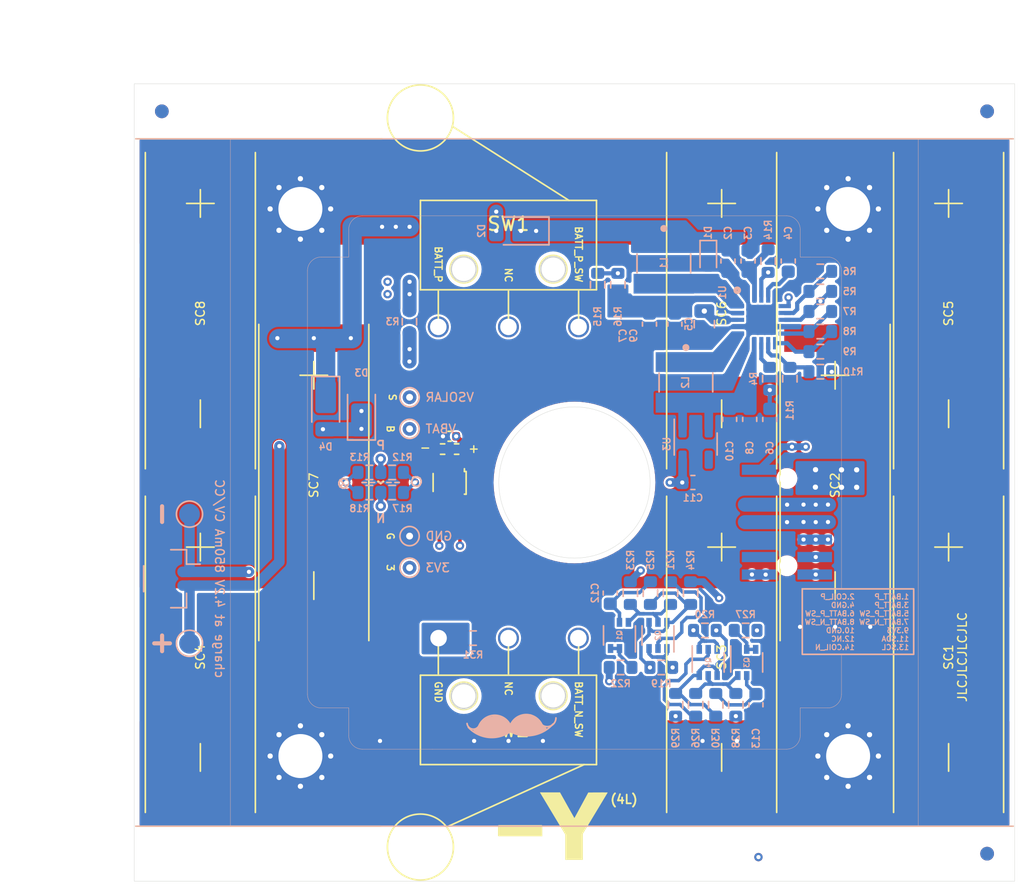
<source format=kicad_pcb>
(kicad_pcb (version 20221018) (generator pcbnew)
  (layers (0 "F.Cu" signal "Top") (1 "In1.Cu" signal) (2 "In2.Cu" signal) (31 "B.Cu" signal "Bottom") (34 "B.Paste" user) (35 "F.Paste" user) (36 "B.SilkS" user "B.Silkscreen") (37 "F.SilkS" user "F.Silkscreen") (38 "B.Mask" user) (39 "F.Mask" user) (44 "Edge.Cuts" user))
  (net 0 "")
  (net 1 "GND")
  (net 2 "VOUT_EN")
  (net 3 "VSOLAR")
  (net 4 "Net-(U1-VREF_SAMP)")
  (net 5 "+3V3")
  (net 6 "VBAT")
  (net 7 "Net-(U1-VSTOR)")
  (net 8 "Net-(Q1B-G1)")
  (net 9 "COIL_N")
  (net 10 "BATT_P")
  (net 11 "Net-(Q3B-G1)")
  (net 12 "Net-(D3-K)")
  (net 13 "VBAT_OK")
  (net 15 "COIL_P")
  (net 16 "/coil")
  (net 17 "/VSOLAR_FULL")
  (net 18 "Net-(U1-LBOOST)")
  (net 19 "Net-(U1-LBUCK)")
  (net 20 "Net-(Q1A-G2)")
  (net 21 "Net-(Q1A-D1)")
  (net 22 "Net-(Q2A-B1)")
  (net 23 "Net-(Q3A-G2)")
  (net 24 "Net-(Q3A-D1)")
  (net 25 "Net-(Q4A-B1)")
  (net 26 "BATT_P_SW")
  (net 27 "BATT_N_SW")
  (net 28 "Net-(U1-VBAT_OV)")
  (net 29 "Net-(U1-VRDIV)")
  (net 30 "Net-(U1-OK_HYST)")
  (net 31 "Net-(U1-OK_PROG)")
  (net 32 "Net-(U1-VOUT_SET)")
  (net 33 "SCL_LS")
  (net 34 "Net-(U1-VOC_SAMP)")
  (net 35 "Net-(SW2-C)")
  (net 37 "SDA_LS")
  (net 39 "SDA")
  (net 40 "SCL")
  (net 41 "Net-(U1-VOUT)")
  (net 42 "Net-(U2-ADDR)")
  (footprint "solarpanels:KXOB25-05X3F" (layer "F.Cu") (at 132.2 41 -90)
    (fp_text reference "SC5")
    (fp_text value "SolarCell_Small")
  )
  (footprint "solarpanels:KXOB25-05X3F" (layer "F.Cu") (at 132.2 66 -90)
    (fp_text reference "SC1")
    (fp_text value "SolarCell_Small")
  )
  (footprint "solarpanels:KXOB25-05X3F" (layer "F.Cu") (at 115.7 66 -90)
    (fp_text reference "SC3")
    (fp_text value "SolarCell_Small")
  )
  (footprint "Resistor_SMD:R_0402_1005Metric" (layer "F.Cu") (at 95.413402 61.5704)
    (fp_text reference "R2" hide)
    (fp_text value "0R")
  )
  (footprint "Resistor_SMD:R_0402_1005Metric" (layer "F.Cu") (at 96.433002 61.5704)
    (fp_text reference "R1" hide)
    (fp_text value "0R")
  )
  (footprint "Capacitor_SMD:C_0402_1005Metric" (layer "F.Cu") (at 95.918002 60.6404)
    (fp_text reference "C1" hide)
    (fp_text value "0.1uF")
  )
  (footprint "Fiducial:Fiducial_1mm_Mask2mm" (layer "F.Cu") (at 75 37)
    (fp_text reference "REF**" hide)
    (fp_text value "Fiducial_1mm_Mask2mm")
  )
  (footprint "Fiducial:Fiducial_1mm_Mask2mm" (layer "F.Cu") (at 135 37)
    (fp_text reference "REF**" hide)
    (fp_text value "Fiducial_1mm_Mask2mm")
  )
  (footprint "Fiducial:Fiducial_1mm_Mask2mm" (layer "F.Cu") (at 135 91)
    (fp_text reference "REF**" hide)
    (fp_text value "Fiducial_1mm_Mask2mm")
  )
  (footprint "solarpanels:KXOB25-05X3F" (layer "F.Cu") (at 115.7 41 -90)
    (fp_text reference "SC6")
    (fp_text value "SolarCell_Small")
  )
  (footprint "solarpanels:D2F-L2-A" (layer "F.Cu") (at 100.2 75.32 180)
    (fp_text reference "SW2")
    (fp_text value "D2F-L2-A")
    (fp_circle (center -3.2512 -4.191) (end -2.3368 -4.191) (stroke (width 0.12)) (fill none) (layer "Edge.Cuts"))
    (fp_circle (center 3.2512 -4.2164) (end 4.1656 -4.2164) (stroke (width 0.12)) (fill none) (layer "Edge.Cuts"))
  )
  (footprint "solarpanels:MountingHole_3.2mm_M3_DIN965_Pad_TopBottom" (layer "F.Cu") (at 124.895004 83.899993)
    (fp_text reference "H3" hide)
    (fp_text value "MountingHole")
  )
  (footprint "solarpanels:KXOB25-05X3F" (layer "F.Cu") (at 77.8 41 -90)
    (fp_text reference "SC8")
    (fp_text value "SolarCell_Small")
  )
  (footprint "solarpanels:KXOB25-05X3F" (layer "F.Cu") (at 86.05 53.5 -90)
    (fp_text reference "SC7")
    (fp_text value "SolarCell_Small")
  )
  (footprint "custom-footprints:ypanel" (layer "F.Cu") (at 122 89.9271)
    (fp_text reference "Ref**" hide)
    (fp_text value "Val**" hide)
  )
  (footprint "solarpanels:KXOB25-05X3F" (layer "F.Cu") (at 123.95 53.5 -90)
    (fp_text reference "SC2")
    (fp_text value "SolarCell_Small")
  )
  (footprint "solarpanels:D2F-L2-A1" (layer "F.Cu") (at 100.2 52.68)
    (fp_text reference "SW1")
    (fp_text value "D2F-L2-A1")
    (fp_circle (center -3.2512 -4.191) (end -2.3368 -4.191) (stroke (width 0.12)) (fill none) (layer "Edge.Cuts"))
    (fp_circle (center 3.2512 -4.191) (end 4.1656 -4.191) (stroke (width 0.12)) (fill none) (layer "Edge.Cuts"))
  )
  (footprint "Package_TO_SOT_SMD:SOT-583-8" (layer "F.Cu") (at 95.923402 64.0004 -90)
    (fp_text reference "U2" hide)
    (fp_text value "OPT4001")
  )
  (footprint "solarpanels:KXOB25-05X3F" (layer "F.Cu") (at 77.8 66 -90)
    (fp_text reference "SC4")
    (fp_text value "SolarCell_Small")
  )
  (footprint "solarpanels:MountingHole_3.2mm_M3_DIN965_Pad_TopBottom" (layer "F.Cu") (at 85.072808 44.099996)
    (fp_text reference "H1" hide)
    (fp_text value "MountingHole")
  )
  (footprint "solarpanels:MountingHole_3.2mm_M3_DIN965_Pad_TopBottom" (layer "F.Cu") (at 85.074992 83.899993)
    (fp_text reference "H2" hide)
    (fp_text value "MountingHole")
  )
  (footprint "solarpanels:MountingHole_3.2mm_M3_DIN965_Pad_TopBottom" (layer "F.Cu") (at 124.895004 44.102485)
    (fp_text reference "H4" hide)
    (fp_text value "MountingHole")
  )
  (footprint "Resistor_SMD:R_0603_1608Metric" (layer "B.Cu") (at 91.742652 63.2704)
    (fp_text reference "R12")
    (fp_text value "0R")
  )
  (footprint "Resistor_SMD:R_0603_1608Metric" (layer "B.Cu") (at 90.087652 63.2704)
    (fp_text reference "R13")
    (fp_text value "0R")
  )
  (footprint "Resistor_SMD:R_0603_1608Metric" (layer "B.Cu") (at 91.742652 64.7304)
    (fp_text reference "R17")
    (fp_text value "0R")
  )
  (footprint "Resistor_SMD:R_0603_1608Metric" (layer "B.Cu") (at 90.087652 64.7304)
    (fp_text reference "R18")
    (fp_text value "0R")
  )
  (footprint "Resistor_SMD:R_0603_1608Metric" (layer "B.Cu") (at 97.623602 75.31826)
    (fp_text reference "R31")
    (fp_text value "0R")
  )
  (footprint "Fiducial:Fiducial_1mm_Mask2mm" (layer "B.Cu") (at 135 91)
    (fp_text reference "REF**" hide)
    (fp_text value "Fiducial_1mm_Mask2mm")
  )
  (footprint "Fiducial:Fiducial_1mm_Mask2mm" (layer "B.Cu") (at 135 37)
    (fp_text reference "REF**" hide)
    (fp_text value "Fiducial_1mm_Mask2mm")
  )
  (footprint "Fiducial:Fiducial_1mm_Mask2mm" (layer "B.Cu") (at 75 37)
    (fp_text reference "REF**" hide)
    (fp_text value "Fiducial_1mm_Mask2mm")
  )
  (footprint "Resistor_SMD:R_0603_1608Metric" (layer "B.Cu") (at 122.871402 51.5604 180)
    (fp_text reference "R7")
    (fp_text value "374K")
  )
  (footprint "Resistor_SMD:R_0603_1608Metric" (layer "B.Cu") (at 122.871402 54.4804 180)
    (fp_text reference "R9")
    (fp_text value "4.53M")
  )
  (footprint "Capacitor_SMD:C_0603_1608Metric" (layer "B.Cu") (at 120.5394 47.89005 90)
    (fp_text reference "C4")
    (fp_text value "10nF")
  )
  (footprint "Resistor_SMD:R_0603_1608Metric" (layer "B.Cu") (at 119.0794 47.89005 90)
    (fp_text reference "R14")
    (fp_text value "DNI (0R)")
  )
  (footprint "Capacitor_SMD:C_0603_1608Metric" (layer "B.Cu") (at 117.6194 47.89005 90)
    (fp_text reference "C3")
    (fp_text value "4.7uF")
  )
  (footprint "Resistor_SMD:R_0603_1608Metric" (layer "B.Cu") (at 122.871402 50.1004)
    (fp_text reference "R5")
    (fp_text value "7.32M")
  )
  (footprint "solarpanels:QFN50P350X350X100-21N-D" (layer "B.Cu") (at 118.583444 52.16711 -90)
    (fp_text reference "U1")
    (fp_text value "BQ25570RGRR" hide)
  )
  (footprint "Resistor_SMD:R_0603_1608Metric" (layer "B.Cu") (at 122.871402 48.6404)
    (fp_text reference "R6")
    (fp_text value "5.62M")
  )
  (footprint "solarpanels:LPS4018" (layer "B.Cu") (at 111.495 48.06045 -90)
    (fp_text reference "L1")
    (fp_text value "22uH-LPS4018-223MR")
  )
  (footprint "solarpanels:LPS4018" (layer "B.Cu") (at 113.101402 56.7204 -90)
    (fp_text reference "L2")
    (fp_text value "10uH-LPS4018-103MR")
  )
  (footprint "Resistor_SMD:R_0603_1608Metric" (layer "B.Cu") (at 122.871402 53.0204 180)
    (fp_text reference "R8")
    (fp_text value "8.25M")
  )
  (footprint "Capacitor_SMD:C_0603_1608Metric" (layer "B.Cu") (at 113.611402 64.0004)
    (fp_text reference "C11")
    (fp_text value "0.1uF")
  )
  (footprint "TestPoint:TestPoint_THTPad_D1.0mm_Drill0.5mm" (layer "B.Cu") (at 93.011402 60.1004)
    (fp_text reference "TP4" hide)
    (fp_text value "TP")
  )
  (footprint "Resistor_SMD:R_0603_1608Metric" (layer "B.Cu") (at 113.811402 80.1704 90)
    (fp_text reference "R26")
    (fp_text value "680R")
  )
  (footprint "Capacitor_SMD:C_0603_1608Metric" (layer "B.Cu") (at 118.191402 80.1704 -90)
    (fp_text reference "C13")
    (fp_text value "10nF")
  )
  (footprint "Capacitor_SMD:C_0603_1608Metric" (layer "B.Cu") (at 112.2994 52.48005 -90)
    (fp_text reference "C9")
    (fp_text value "0.1uF")
  )
  (footprint "Capacitor_SMD:C_0603_1608Metric" (layer "B.Cu") (at 116.2794 59.4104 -90)
    (fp_text reference "C10")
    (fp_text value "0.1uF")
  )
  (footprint "Diode_SMD:D_PowerDI-123" (layer "B.Cu") (at 100.836402 45.7004 180)
    (fp_text reference "D2")
    (fp_text value "DFLS130L-7")
  )
  (footprint "Capacitor_SMD:C_0603_1608Metric" (layer "B.Cu") (at 116.1594 47.89005 -90)
    (fp_text reference "C2")
    (fp_text value "0.1uF")
  )
  (footprint "Resistor_SMD:R_0603_1608Metric" (layer "B.Cu") (at 108.155 49.61 90)
    (fp_text reference "R16")
    (fp_text value "0R")
  )
  (footprint "Resistor_SMD:R_0603_1608Metric" (layer "B.Cu") (at 112.351402 80.1704 90)
    (fp_text reference "R29")
    (fp_text value "10K")
  )
  (footprint "Resistor_SMD:R_0603_1608Metric" (layer "B.Cu") (at 114.481402 74.7604 180)
    (fp_text reference "R20")
    (fp_text value "DNI (0R)")
  )
  (footprint "TestPoint:TestPoint_THTPad_D1.0mm_Drill0.5mm" (layer "B.Cu") (at 93.011402 67.9004 180)
    (fp_text reference "TP2" hide)
    (fp_text value "TP")
  )
  (footprint "Connector_JST:JST_SH_BM02B-SRSS-TB_1x02-1MP_P1.00mm_Vertical" (layer "B.Cu") (at 75.686402 71.0004 -90)
    (fp_text reference "J2" hide)
    (fp_text value "BM02B-SRSS-TB")
  )
  (footprint "Capacitor_SMD:C_0603_1608Metric" (layer "B.Cu") (at 107.601402 72.0454 90)
    (fp_text reference "C12")
    (fp_text value "10nF")
  )
  (footprint "TestPoint:TestPoint_Pad_D1.5mm" (layer "B.Cu") (at 77.011402 75.7004 180)
    (fp_text reference "TP6" hide)
    (fp_text value "TP")
  )
  (footprint "Package_TO_SOT_SMD:SOT-363_SC-70-6" (layer "B.Cu") (at 111.071402 75.1254 90)
    (fp_text reference "Q2")
    (fp_text value "MBT2222ADW1T1")
  )
  (footprint "Capacitor_SMD:C_0805_2012Metric" (layer "B.Cu") (at 114.4394 52.48005 -90)
    (fp_text reference "C5")
    (fp_text value "100uF")
  )
  (footprint "Resistor_SMD:R_0603_1608Metric" (layer "B.Cu") (at 119.1994 56.45005 -90)
    (fp_text reference "R4")
    (fp_text value "0R")
  )
  (footprint "Resistor_SMD:R_0603_1608Metric" (layer "B.Cu") (at 111.981402 72.0454 -90)
    (fp_text reference "R21")
    (fp_text value "680R")
  )
  (footprint "Resistor_SMD:R_0603_1608Metric" (layer "B.Cu") (at 106.685 49.61 90)
    (fp_text reference "R15")
    (fp_text value "DNI (0R)")
  )
  (footprint "custom-footprints:pycubed_mini_half" (layer "B.Cu") (at 106.011402 85.615 180)
    (fp_text reference "Ref**" hide)
    (fp_text value "Val**" hide)
  )
  (footprint "Package_TO_SOT_SMD:SOT-363_SC-70-6" (layer "B.Cu") (at 114.721402 77.0904 -90)
    (fp_text reference "Q4")
    (fp_text value "MBT2222ADW1T1")
  )
  (footprint "TestPoint:TestPoint_Pad_D1.5mm" (layer "B.Cu") (at 77.011402 66.3004 180)
    (fp_text reference "TP5" hide)
    (fp_text value "TP")
  )
  (footprint "Diode_SMD:D_PowerDI-123" (layer "B.Cu") (at 86.911402 58.6004 -90)
    (fp_text reference "D4")
    (fp_text value "DFLS130L-7")
  )
  (footprint "Resistor_SMD:R_0603_1608Metric" (layer "B.Cu") (at 120.6594 56.45005 90)
    (fp_text reference "R11")
    (fp_text value "4.75M")
  )
  (footprint "Package_TO_SOT_SMD:SOT-23-5" (layer "B.Cu") (at 113.811402 61.2004 -90)
    (fp_text reference "U3")
    (fp_text value "MAX40200AUK")
  )
  (footprint "Resistor_SMD:R_0603_1608Metric" (layer "B.Cu") (at 108.351402 77.4554)
    (fp_text reference "R22")
    (fp_text value "100K")
  )
  (footprint "Package_TO_SOT_SMD:SOT-363_SC-70-6" (layer "B.Cu") (at 108.271402 75.1254 90)
    (fp_text reference "Q1")
    (fp_text value "NX3008NBKS")
  )
  (footprint "Resistor_SMD:R_0603_1608Metric" (layer "B.Cu") (at 115.271402 80.1704 90)
    (fp_text reference "R30")
    (fp_text value "200K")
  )
  (footprint "Resistor_SMD:R_0603_1608Metric" (layer "B.Cu") (at 93 52.3 90)
    (fp_text reference "R3")
    (fp_text value "0R")
  )
  (footprint "Resistor_SMD:R_0603_1608Metric" (layer "B.Cu") (at 116.731402 80.1704 90)
    (fp_text reference "R28")
    (fp_text value "10K")
  )
  (footprint "Package_TO_SOT_SMD:SOT-363_SC-70-6" (layer "B.Cu") (at 117.521402 77.0904 -90)
    (fp_text reference "Q3")
    (fp_text value "NX3008NBKS")
  )
  (footprint "Resistor_SMD:R_0603_1608Metric" (layer "B.Cu") (at 110.521402 72.0454 90)
    (fp_text reference "R25")
    (fp_text value "200K")
  )
  (footprint "Resistor_SMD:R_0603_1608Metric" (layer "B.Cu") (at 122.871402 55.9404)
    (fp_text reference "R10")
    (fp_text value "8.25M")
  )
  (footprint "batteryboard:SAMTEC-FTS-107-01-X-DV-A" (layer "B.Cu") (at 120.445502 66.88368 -90)
    (fp_text reference "J1" hide)
    (fp_text value "FTS-107-01-X-DV-A")
  )
  (footprint "Resistor_SMD:R_0603_1608Metric" (layer "B.Cu") (at 111.311402 77.4554)
    (fp_text reference "R19")
    (fp_text value "DNI (0R)")
  )
  (footprint "Resistor_SMD:R_0603_1608Metric" (layer "B.Cu") (at 117.441402 74.7604 180)
    (fp_text reference "R27")
    (fp_text value "100K")
  )
  (footprint "Resistor_SMD:R_0603_1608Metric" (layer "B.Cu") (at 113.441402 72.0454 -90)
    (fp_text reference "R24")
    (fp_text value "10K")
  )
  (footprint "Capacitor_SMD:C_0603_1608Metric" (layer "B.Cu") (at 110.4526 52.48005 -90)
    (fp_text reference "C7")
    (fp_text value "4.7uF")
  )
  (footprint "Resistor_SMD:R_0603_1608Metric" (layer "B.Cu") (at 109.061402 72.0454 -90)
    (fp_text reference "R23")
    (fp_text value "10K")
  )
  (footprint "TestPoint:TestPoint_THTPad_D1.0mm_Drill0.5mm" (layer "B.Cu") (at 93.011402 70.2004)
    (fp_text reference "TP3" hide)
    (fp_text value "TP")
  )
  (footprint "Capacitor_SMD:C_0603_1608Metric" (layer "B.Cu") (at 119.1994 59.41505 -90)
    (fp_text reference "C6")
    (fp_text value "1uF")
  )
  (footprint "TestPoint:TestPoint_THTPad_D1.0mm_Drill0.5mm" (layer "B.Cu") (at 93.011402 57.8004 180)
    (fp_text reference "TP1" hide)
    (fp_text value "TP")
  )
  (footprint "Capacitor_SMD:C_0603_1608Metric" (layer "B.Cu") (at 117.7394 59.4104 -90)
    (fp_text reference "C8")
    (fp_text value "22uF")
  )
  (footprint "Diode_SMD:D_SOD-523" (layer "B.Cu") (at 114.7294 47.66005 -90)
    (fp_text reference "D1")
    (fp_text value "SZMM5Z5V1T1G")
  )
  (footprint "Diode_SMD:D_PowerDI-123" (layer "B.Cu") (at 89.511402 58.6004 90)
    (fp_text reference "D3")
    (fp_text value "DFLS130L-7")
  )
  (gr_arc (start 98.045258 81.718863) (mid 99.183013 80.932819) (end 100.349599 81.675401) (stroke (width 0.12)) (layer "B.SilkS"))
  (gr_line (start 90.752652 64.0004) (end 91.070152 64.0004) (stroke (width 0.12)) (layer "B.SilkS"))
  (gr_line (start 90.470152 64.0004) (end 90.152652 64.0004) (stroke (width 0.12)) (layer "B.SilkS"))
  (gr_line (start 91.670152 64.0004) (end 91.352652 64.0004) (stroke (width 0.12)) (layer "B.SilkS"))
  (gr_line (start 73.1 39) (end 136.9 38.999999) (stroke (width 0.1016)) (layer "B.SilkS"))
  (gr_arc (start 88.588 45.6) (mid 88.880893 44.892893) (end 89.588 44.6) (stroke (width 0.0254)) (layer "B.SilkS"))
  (gr_line (start 88.588 82.4) (end 88.588 80.4) (stroke (width 0.0254)) (layer "B.SilkS"))
  (gr_line (start 121.412001 47.6) (end 123.411402 47.6004) (stroke (width 0.0254)) (layer "B.SilkS"))
  (gr_line (start 86.588 80.4) (end 88.588 80.4) (stroke (width 0.0254)) (layer "B.SilkS"))
  (gr_line (start 73.1 89) (end 136.9 89) (stroke (width 0.1016)) (layer "B.SilkS"))
  (gr_line (start 124.411402 48.6004) (end 124.412001 71.7004) (stroke (width 0.0254)) (layer "B.SilkS"))
  (gr_line (start 92.260152 64.0004) (end 91.942652 64.0004) (stroke (width 0.12)) (layer "B.SilkS"))
  (gr_line (start 88.588 47.6) (end 88.588 45.6) (stroke (width 0.0254)) (layer "B.SilkS"))
  (gr_arc (start 89.588 83.4) (mid 88.880895 83.107106) (end 88.588 82.4) (stroke (width 0.0254)) (layer "B.SilkS"))
  (gr_rect (start 121.561402 71.7404) (end 129.661402 76.5004) (stroke (width 0.12)) (fill none) (layer "B.SilkS"))
  (gr_line (start 79.988 38.999999) (end 79.988 89) (stroke (width 0.0254)) (layer "B.SilkS"))
  (gr_line (start 121.412001 80.4) (end 121.412001 82.4) (stroke (width 0.0254)) (layer "B.SilkS"))
  (gr_line (start 129.988001 38.999999) (end 79.988 38.999999) (stroke (width 0.0254)) (layer "B.SilkS"))
  (gr_line (start 79.988 89) (end 129.988001 89) (stroke (width 0.0254)) (layer "B.SilkS"))
  (gr_arc (start 103.434929 81.573757) (mid 102.010777 82.375188) (end 100.3922 82.15) (stroke (width 0.12)) (layer "B.SilkS"))
  (gr_line (start 89.870152 64.0004) (end 89.552652 64.0004) (stroke (width 0.12)) (layer "B.SilkS"))
  (gr_arc (start 100.331258 81.668462) (mid 101.469013 80.882418) (end 102.635599 81.625) (stroke (width 0.12)) (layer "B.SilkS"))
  (gr_arc (start 86.588 80.4) (mid 85.880895 80.107106) (end 85.588 79.4) (stroke (width 0.0254)) (layer "B.SilkS"))
  (gr_line (start 89.588 44.6) (end 120.411402 44.6004) (stroke (width 0.0254)) (layer "B.SilkS"))
  (gr_arc (start 121.412001 82.4) (mid 121.119108 83.107106) (end 120.412001 83.4) (stroke (width 0.0254)) (layer "B.SilkS"))
  (gr_line (start 124.412001 79.4) (end 124.411402 76.5004) (stroke (width 0.0254)) (layer "B.SilkS"))
  (gr_line (start 94.675 83.4) (end 89.588 83.4) (stroke (width 0.0254)) (layer "B.SilkS"))
  (gr_arc (start 120.411402 44.6004) (mid 121.118509 44.893293) (end 121.411402 45.6004) (stroke (width 0.0254)) (layer "B.SilkS"))
  (gr_arc (start 103.6522 81.125) (mid 103.301181 81.692961) (end 102.6362 81.633) (stroke (width 0.12)) (layer "B.SilkS"))
  (gr_arc (start 98.0382 81.7262) (mid 97.54593 81.930929) (end 97.190912 81.533192) (stroke (width 0.12)) (layer "B.SilkS"))
  (gr_arc (start 124.412001 79.4) (mid 124.119108 80.107106) (end 123.412001 80.4) (stroke (width 0.0254)) (layer "B.SilkS"))
  (gr_line (start 129.988001 89) (end 129.988001 38.999999) (stroke (width 0.0254)) (layer "B.SilkS"))
  (gr_line (start 120.412001 83.4) (end 94.675 83.4) (stroke (width 0.0254)) (layer "B.SilkS"))
  (gr_line (start 123.412001 80.4) (end 121.412001 80.4) (stroke (width 0.0254)) (layer "B.SilkS"))
  (gr_arc (start 123.411402 47.6004) (mid 124.118509 47.893293) (end 124.411402 48.6004) (stroke (width 0.0254)) (layer "B.SilkS"))
  (gr_arc (start 85.588 48.6) (mid 85.880893 47.892893) (end 86.588 47.6) (stroke (width 0.0254)) (layer "B.SilkS"))
  (gr_line (start 86.588 47.6) (end 88.588 47.6) (stroke (width 0.0254)) (layer "B.SilkS"))
  (gr_arc (start 100.3242 82.1326) (mid 98.740804 82.537564) (end 97.280454 81.803742) (stroke (width 0.12)) (layer "B.SilkS"))
  (gr_line (start 121.411402 45.6004) (end 121.411402 47.6004) (stroke (width 0.0254)) (layer "B.SilkS"))
  (gr_line (start 85.588 79.4) (end 85.588 48.6) (stroke (width 0.0254)) (layer "B.SilkS"))
  (gr_line (start 73.1 39) (end 91 39) (stroke (width 0.1016)) (layer "F.SilkS"))
  (gr_line (start 136.9 89.0004) (end 106.9 89) (stroke (width 0.1016)) (layer "F.SilkS"))
  (gr_line (start 98.2 39) (end 136.9 39) (stroke (width 0.1016)) (layer "F.SilkS"))
  (gr_line (start 73.1 89) (end 90.9 89) (stroke (width 0.1016)) (layer "F.SilkS"))
  (gr_line (start 73 93) (end 137 93) (stroke (width 0.0254)) (layer "Edge.Cuts"))
  (gr_line (start 73 35) (end 73 93) (stroke (width 0.0254)) (layer "Edge.Cuts"))
  (gr_circle (center 105 64) (end 110.5 64) (stroke (width 0.0254)) (fill none) (layer "Edge.Cuts"))
  (gr_line (start 137 35) (end 137 93) (stroke (width 0.0254)) (layer "Edge.Cuts"))
  (gr_line (start 137 35) (end 73 35) (stroke (width 0.0254)) (layer "Edge.Cuts"))
  (gr_text "N" (at 90.912652 66.5504 180) (layer "B.SilkS") (effects (font (size 0.635 0.635) (thickness 0.127)) (justify mirror)))
  (gr_text "P" (at 90.911402 61.3004) (layer "B.SilkS") (effects (font (size 0.635 0.635) (thickness 0.127)) (justify mirror)))
  (gr_text "GND" (at 94.111402 67.9004) (layer "B.SilkS") (effects (font (size 0.635 0.635) (thickness 0.1016)) (justify right mirror)))
  (gr_text "⊗" (at 88.211402 64.0004) (layer "B.SilkS") (effects (font (size 0.889 0.889) (thickness 0.127)) (justify mirror)))
  (gr_text "+" (at 74.911402 75.7004 90) (layer "B.SilkS") (effects (font (size 1.5 1.5) (thickness 0.3)) (justify mirror)))
  (gr_text "VSOLAR" (at 94.111402 57.8004) (layer "B.SilkS") (effects (font (size 0.635 0.635) (thickness 0.1016)) (justify right mirror)))
  (gr_text "3V3" (at 94.111402 70.2004) (layer "B.SilkS") (effects (font (size 0.635 0.635) (thickness 0.1016)) (justify right mirror)))
  (gr_text "⊙" (at 93.511402 64.0004 180) (layer "B.SilkS") (effects (font (size 0.889 0.889) (thickness 0.127)) (justify mirror)))
  (gr_text "-" (at 74.911402 66.3004 90) (layer "B.SilkS") (effects (font (size 1.5 1.5) (thickness 0.3)) (justify mirror)))
  (gr_text "VBAT" (at 94.111402 60.1004) (layer "B.SilkS") (effects (font (size 0.635 0.635) (thickness 0.1016)) (justify right mirror)))
  (gr_text "1.BATT_P\n3.BATT_P\n5.BATT_P_SW\n7.BATT_N_SW\n9.3V3\n11.SDA\n13.SCL" (at 129.361402 74.1504) (layer "B.SilkS") (effects (font (size 0.381 0.381) (thickness 0.0762)) (justify left mirror)))
  (gr_text "2.COIL_P\n4.GND\n6.BATT_P_SW\n8.BATT_N_SW\n10.GND\n12.NC\n14.COIL_N" (at 125.411402 74.1504) (layer "B.SilkS") (effects (font (size 0.381 0.381) (thickness 0.0762)) (justify left mirror)))
  (gr_text "charge at 4.2V 850mA CV/CC" (at 79.194 70.9978 270) (layer "B.SilkS") (effects (font (size 0.635 0.635) (thickness 0.1016)) (justify mirror)))
  (gr_text "BATT_P_SW" (at 105.3 49.5 270) (layer "F.SilkS") (effects (font (size 0.508 0.508) (thickness 0.1016)) (justify right)))
  (gr_text "GND" (at 95.1 78.4 270) (layer "F.SilkS") (effects (font (size 0.508 0.508) (thickness 0.1016)) (justify left)))
  (gr_text "B" (at 91.611402 60.1004 270) (layer "F.SilkS") (effects (font (size 0.508 0.508) (thickness 0.1016))))
  (gr_text "NC" (at 100.2 49.5 270) (layer "F.SilkS") (effects (font (size 0.508 0.508) (thickness 0.1016)) (justify right)))
  (gr_text "NC" (at 100.2 78.4 270) (layer "F.SilkS") (effects (font (size 0.508 0.508) (thickness 0.1016)) (justify left)))
  (gr_text "BATT_N_SW" (at 105.3 78.4 270) (layer "F.SilkS") (effects (font (size 0.508 0.508) (thickness 0.1016)) (justify left)))
  (gr_text "(4L)" (at 108.6 87.05) (layer "F.SilkS") (effects (font (size 0.635 0.635) (thickness 0.127))))
  (gr_text "S" (at 91.811402 57.8004 90) (layer "F.SilkS") (effects (font (size 0.508 0.508) (thickness 0.1016))))
  (gr_text "^" (at 90.912652 63.4704 180) (layer "F.SilkS") (effects (font (size 1 1))))
  (gr_text "G" (at 91.611402 67.9004 270) (layer "F.SilkS") (effects (font (size 0.508 0.508) (thickness 0.1016))))
  (gr_text "3" (at 91.611402 70.2004 270) (layer "F.SilkS") (effects (font (size 0.508 0.508) (thickness 0.1016))))
  (gr_text "+" (at 97.633402 61.5704 90) (layer "F.SilkS") (effects (font (size 0.635 0.635) (thickness 0.1016))))
  (gr_text "BATT_P" (at 95.1 49.5 270) (layer "F.SilkS") (effects (font (size 0.508 0.508) (thickness 0.1016)) (justify right)))
  (gr_text "-" (at 94.153402 61.543998 180) (layer "F.SilkS") (effects (font (size 0.635 0.635) (thickness 0.1016))))
  (gr_text "JLCJLCJLCJLC" (at 133.2 76.7 90) (layer "F.SilkS") (effects (font (size 0.635 0.635) (thickness 0.1016))))
  (segment (start 95.173402 60.905) (end 95.173402 63.2604) (width 0.381) (layer "F.Cu") (net 1))
  (segment (start 95.438002 60.6404) (end 95.173402 60.905) (width 0.381) (layer "F.Cu") (net 1))
  (via (at 116.811402 82.8004) (size 0.6096) (drill 0.3048) (layers "F.Cu" "B.Cu") (net 1))
  (via (at 100.205 82.8) (size 0.6096) (drill 0.3048) (layers "F.Cu" "B.Cu") (net 1))
  (via (at 121.4 74.5) (size 0.6096) (drill 0.3048) (layers "F.Cu" "B.Cu") (net 1))
  (via (at 102.705 82.8) (size 0.6096) (drill 0.3048) (layers "F.Cu" "B.Cu") (net 1))
  (via (at 123.95 74.5) (size 0.6096) (drill 0.3048) (layers "F.Cu" "B.Cu") (net 1))
  (via (at 114.311402 82.8004) (size 0.6096) (drill 0.3048) (layers "F.Cu" "B.Cu") (net 1))
  (via (at 90.861402 82.8004) (size 0.6096) (drill 0.3048) (layers "F.Cu" "B.Cu") (net 1))
  (via (at 126.5 74.5) (size 0.6096) (drill 0.3048) (layers "F.Cu" "B.Cu") (net 1))
  (via (at 97.705 82.8) (size 0.6096) (drill 0.3048) (layers "F.Cu" "B.Cu") (net 1))
  (via (at 95.438002 60.6404) (size 0.6096) (drill 0.3048) (layers "F.Cu" "B.Cu") (net 1))
  (via (at 119.1994 57.27505) (size 0.6096) (drill 0.3048) (layers "F.Cu" "B.Cu") (net 2))
  (via (at 120.565 50.54) (size 0.6096) (drill 0.3048) (layers "F.Cu" "B.Cu") (net 2))
  (segment (start 120.565 50.54) (end 120.565 51.15) (width 0.3048) (layer "B.Cu") (net 2))
  (segment (start 119.1994 57.27505) (end 119.1994 58.64005) (width 0.3048) (layer "B.Cu") (net 2))
  (via (at 101.111402 45.7004) (size 0.6096) (drill 0.3048) (layers "F.Cu" "B.Cu") (net 3))
  (via (at 102.211402 45.7004) (size 0.6096) (drill 0.3048) (layers "F.Cu" "B.Cu") (net 3))
  (segment (start 117.6194 48.616482) (end 119.0794 47.156482) (width 0.508) (layer "B.Cu") (net 3))
  (segment (start 119.868772 49.56711) (end 120.5394 48.896482) (width 0.3048) (layer "B.Cu") (net 4))
  (segment (start 119.083444 50.46711) (end 119.083444 49.912438) (width 0.3048) (layer "B.Cu") (net 4))
  (segment (start 119.428772 49.56711) (end 119.868772 49.56711) (width 0.3048) (layer "B.Cu") (net 4))
  (segment (start 119.083444 49.912438) (end 119.428772 49.56711) (width 0.3048) (layer "B.Cu") (net 4))
  (segment (start 96.673402 60.9158) (end 96.398002 60.6404) (width 0.381) (layer "F.Cu") (net 5))
  (segment (start 96.673402 63.2604) (end 96.673402 60.9158) (width 0.381) (layer "F.Cu") (net 5))
  (via (at 123.430002 68.1486) (size 0.6096) (drill 0.3048) (layers "F.Cu" "B.Cu") (net 5))
  (via (at 112.351402 80.9954) (size 0.6096) (drill 0.3048) (layers "F.Cu" "B.Cu") (net 5))
  (via (at 116.731402 80.9954) (size 0.6096) (drill 0.3048) (layers "F.Cu" "B.Cu") (net 5))
  (via (at 107.526402 78.45) (size 0.6096) (drill 0.3048) (layers "F.Cu" "B.Cu") (net 5))
  (via (at 121.652002 68.1486) (size 0.6096) (drill 0.3048) (layers "F.Cu" "B.Cu") (net 5))
  (via (at 112.836402 64.0004) (size 0.6096) (drill 0.3048) (layers "F.Cu" "B.Cu") (net 5))
  (via (at 111.936402 64.0004) (size 0.6096) (drill 0.3048) (layers "F.Cu" "B.Cu") (net 5))
  (via (at 115.511402 72.4004) (size 0.6096) (drill 0.3048) (layers "F.Cu" "B.Cu") (net 5))
  (via (at 96.398002 60.6404) (size 0.6096) (drill 0.3048) (layers "F.Cu" "B.Cu") (net 5))
  (via (at 122.541002 68.15368) (size 0.6096) (drill 0.3048) (layers "F.Cu" "B.Cu") (net 5))
  (via (at 118.266402 74.7604) (size 0.6096) (drill 0.3048) (layers "F.Cu" "B.Cu") (net 5))
  (via (at 109.811402 70.4004) (size 0.6096) (drill 0.3048) (layers "F.Cu" "B.Cu") (net 5))
  (segment (start 112.836402 64.0004) (end 112.861402 63.9754) (width 0.635) (layer "B.Cu") (net 5))
  (segment (start 115.511402 72.4004) (end 115.511402 72.3704) (width 0.508) (layer "B.Cu") (net 5))
  (segment (start 115.511402 72.3704) (end 114.361402 71.2204) (width 0.508) (layer "B.Cu") (net 5))
  (segment (start 112.861402 63.9754) (end 112.861402 62.3379) (width 0.635) (layer "B.Cu") (net 5))
  (segment (start 109.061402 71.1504) (end 109.811402 70.4004) (width 0.508) (layer "B.Cu") (net 5))
  (segment (start 107.526402 78.45) (end 107.526402 77.4554) (width 0.508) (layer "B.Cu") (net 5))
  (segment (start 114.361402 71.2204) (end 113.441402 71.2204) (width 0.508) (layer "B.Cu") (net 5))
  (segment (start 111.936402 64.0004) (end 112.836402 64.0004) (width 0.635) (layer "B.Cu") (net 5))
  (via (at 114.4394 51.53005) (size 0.762) (drill 0.381) (layers "F.Cu" "B.Cu") (net 6))
  (via (at 93.011402 49.4) (size 0.6096) (drill 0.3048) (layers "F.Cu" "B.Cu") (net 6))
  (via (at 93.011402 50.3) (size 0.6096) (drill 0.3048) (layers "F.Cu" "B.Cu") (net 6))
  (via (at 91.411402 49.4) (size 0.6096) (drill 0.3048) (layers "F.Cu" "B.Cu") (net 6))
  (via (at 91.411402 50.3) (size 0.6096) (drill 0.3048) (layers "F.Cu" "B.Cu") (net 6))
  (segment (start 116.883444 52.16711) (end 116.1541 52.16711) (width 0.29972) (layer "B.Cu") (net 6))
  (segment (start 115.08935 52.18) (end 114.4394 51.53005) (width 0.635) (layer "B.Cu") (net 6))
  (segment (start 93.011402 51.463598) (end 93 51.475) (width 1.016) (layer "B.Cu") (net 6))
  (segment (start 93.011402 49.4) (end 93.011402 51.463598) (width 1.016) (layer "B.Cu") (net 6))
  (segment (start 116.095 52.18) (end 115.08935 52.18) (width 0.635) (layer "B.Cu") (net 6))
  (segment (start 108.271402 73.4904) (end 108.271402 74.1754) (width 0.254) (layer "B.Cu") (net 8))
  (segment (start 109.731402 72.0104) (end 110.521402 71.2204) (width 0.254) (layer "B.Cu") (net 8))
  (segment (start 107.601402 72.8204) (end 108.411402 72.0104) (width 0.254) (layer "B.Cu") (net 8))
  (segment (start 107.601402 72.8204) (end 108.271402 73.4904) (width 0.254) (layer "B.Cu") (net 8))
  (segment (start 108.411402 72.0104) (end 109.731402 72.0104) (width 0.254) (layer "B.Cu") (net 8))
  (via (at 118.9 70.7) (size 0.6096) (drill 0.3048) (layers "F.Cu" "B.Cu") (net 9))
  (via (at 90.912652 65.7104) (size 0.762) (drill 0.381) (layers "F.Cu" "B.Cu") (net 9))
  (via (at 117.901402 70.69368) (size 0.6096) (drill 0.3048) (layers "F.Cu" "B.Cu") (net 9))
  (segment (start 90.912652 65.7104) (end 90.912652 64.7304) (width 0.381) (layer "B.Cu") (net 9))
  (via (at 122.525602 63.0686) (size 0.762) (drill 0.381) (layers "F.Cu" "B.Cu") (net 10))
  (via (at 124.415602 63.0786) (size 0.762) (drill 0.381) (layers "F.Cu" "B.Cu") (net 10))
  (via (at 124.415602 64.3486) (size 0.762) (drill 0.381) (layers "F.Cu" "B.Cu") (net 10))
  (via (at 122.515602 64.3386) (size 0.762) (drill 0.381) (layers "F.Cu" "B.Cu") (net 10))
  (via (at 93.011402 54.3) (size 0.6096) (drill 0.3048) (layers "F.Cu" "B.Cu") (net 10))
  (via (at 125.515602 64.3486) (size 0.762) (drill 0.381) (layers "F.Cu" "B.Cu") (net 10))
  (via (at 125.515602 63.0786) (size 0.762) (drill 0.381) (layers "F.Cu" "B.Cu") (net 10))
  (via (at 93 55.2) (size 0.6096) (drill 0.3048) (layers "F.Cu" "B.Cu") (net 10))
  (segment (start 93.011402 55.188598) (end 93.011402 54.3) (width 1.016) (layer "B.Cu") (net 10))
  (segment (start 93.011402 54.3) (end 93.011402 53.136402) (width 1.016) (layer "B.Cu") (net 10))
  (segment (start 93 55.2) (end 93.011402 55.188598) (width 1.016) (layer "B.Cu") (net 10))
  (segment (start 93.011402 53.136402) (end 93 53.125) (width 1.016) (layer "B.Cu") (net 10))
  (segment (start 116.101402 80.1754) (end 117.411402 80.1754) (width 0.254) (layer "B.Cu") (net 11))
  (segment (start 115.271402 79.3454) (end 116.101402 80.1754) (width 0.254) (layer "B.Cu") (net 11))
  (segment (start 117.521402 78.7254) (end 117.521402 78.0404) (width 0.254) (layer "B.Cu") (net 11))
  (segment (start 118.191402 79.3954) (end 117.521402 78.7254) (width 0.254) (layer "B.Cu") (net 11))
  (segment (start 117.411402 80.1754) (end 118.191402 79.3954) (width 0.254) (layer "B.Cu") (net 11))
  (segment (start 126.401402 53.5) (end 126.401402 57.1904) (width 2.032) (layer "F.Cu") (net 12))
  (segment (start 88.335 74.5) (end 88.335 70.87) (width 2.032) (layer "F.Cu") (net 12))
  (segment (start 123.84 53.5) (end 126.401402 53.5) (width 2.032) (layer "F.Cu") (net 12))
  (via (at 89.511402 58.8004) (size 0.6096) (drill 0.3048) (layers "F.Cu" "B.Cu") (net 12))
  (via (at 86.711402 60.1254) (size 0.6096) (drill 0.3048) (layers "F.Cu" "B.Cu") (net 12))
  (via (at 89.511402 60.1004) (size 0.6096) (drill 0.3048) (layers "F.Cu" "B.Cu") (net 12))
  (segment (start 87.986402 60.1254) (end 89.111402 60.1254) (width 1.016) (layer "B.Cu") (net 12))
  (segment (start 87.986402 60.1254) (end 86.711402 60.1254) (width 1.016) (layer "B.Cu") (net 12))
  (segment (start 89.111402 59.7254) (end 89.111402 59.6004) (width 0.2032) (layer "B.Cu") (net 12))
  (segment (start 118.583444 55.009094) (end 119.1994 55.62505) (width 0.3048) (layer "B.Cu") (net 13))
  (segment (start 118.583444 53.86711) (end 118.583444 55.009094) (width 0.3048) (layer "B.Cu") (net 13))
  (via (at 90.912652 62.2804) (size 0.762) (drill 0.381) (layers "F.Cu" "B.Cu") (net 15))
  (via (at 120.811402 61.4004) (size 0.6096) (drill 0.3048) (layers "F.Cu" "B.Cu") (net 15))
  (via (at 121.811402 61.4004) (size 0.6096) (drill 0.3048) (layers "F.Cu" "B.Cu") (net 15))
  (segment (start 121.811402 61.4004) (end 120.099482 61.4004) (width 0.508) (layer "B.Cu") (net 15))
  (segment (start 90.917652 62.2854) (end 90.917652 63.2704) (width 0.381) (layer "B.Cu") (net 15))
  (segment (start 120.099482 61.4004) (end 118.426202 63.07368) (width 0.508) (layer "B.Cu") (net 15))
  (via (at 93.4 64.0004) (size 0.6096) (drill 0.3048) (layers "F.Cu" "B.Cu") (net 16))
  (via (at 118.375 91.25) (size 0.6096) (drill 0.3048) (layers "F.Cu" "B.Cu") (net 16))
  (via (at 88.4 64) (size 0.6096) (drill 0.3048) (layers "F.Cu" "B.Cu") (net 16))
  (segment (start 92.68 64.7204) (end 92.570152 64.7204) (width 0.254) (layer "B.Cu") (net 16))
  (segment (start 92.67 63.2704) (end 92.560152 63.2704) (width 0.254) (layer "B.Cu") (net 16))
  (segment (start 89.1296 63.2704) (end 89.255152 63.2704) (width 0.254) (layer "B.Cu") (net 16))
  (segment (start 88.4 64) (end 89.1304 64.7304) (width 0.254) (layer "B.Cu") (net 16))
  (segment (start 88.4 64) (end 89.1296 63.2704) (width 0.254) (layer "B.Cu") (net 16))
  (segment (start 93.4 64.0004) (end 92.67 63.2704) (width 0.254) (layer "B.Cu") (net 16))
  (segment (start 93.4 64.0004) (end 92.68 64.7204) (width 0.254) (layer "B.Cu") (net 16))
  (segment (start 89.1304 64.7304) (end 89.262652 64.7304) (width 0.254) (layer "B.Cu") (net 16))
  (via (at 92.011402 45.4004) (size 0.6096) (drill 0.3048) (layers "F.Cu" "B.Cu") (net 17))
  (via (at 83.4 53.5) (size 0.6096) (drill 0.3048) (layers "F.Cu" "B.Cu") (net 17))
  (via (at 91.011402 45.4004) (size 0.6096) (drill 0.3048) (layers "F.Cu" "B.Cu") (net 17))
  (via (at 93.011402 45.4004) (size 0.6096) (drill 0.3048) (layers "F.Cu" "B.Cu") (net 17))
  (via (at 99.311402 44.3004) (size 0.6096) (drill 0.3048) (layers "F.Cu" "B.Cu") (net 17))
  (via (at 99.311402 45.7004) (size 0.6096) (drill 0.3048) (layers "F.Cu" "B.Cu") (net 17))
  (via (at 86.05 53.5) (size 0.6096) (drill 0.3048) (layers "F.Cu" "B.Cu") (net 17))
  (via (at 88.74 53.5) (size 0.6096) (drill 0.3048) (layers "F.Cu" "B.Cu") (net 17))
  (segment (start 88.835 53.53) (end 88.835 45.4004) (width 1.397) (layer "B.Cu") (net 17))
  (segment (start 86.711402 53.53) (end 86.911402 53.73) (width 1.397) (layer "B.Cu") (net 17))
  (segment (start 88.835 45.4004) (end 93.011402 45.4004) (width 1.397) (layer "B.Cu") (net 17))
  (segment (start 99.311402 45.7004) (end 99.311402 44.3004) (width 1.016) (layer "B.Cu") (net 17))
  (segment (start 86.911402 53.73) (end 86.911402 57.7504) (width 1.397) (layer "B.Cu") (net 17))
  (segment (start 88.835 53.53) (end 87.905 53.53) (width 1.397) (layer "B.Cu") (net 17))
  (segment (start 87.905 53.53) (end 86.711402 53.53) (width 1.397) (layer "B.Cu") (net 17))
  (segment (start 86.711402 53.53) (end 83.495 53.53) (width 1.397) (layer "B.Cu") (net 17))
  (segment (start 108.271402 76.0754) (end 107.621402 76.0754) (width 0.254) (layer "B.Cu") (net 20))
  (segment (start 108.271402 76.0754) (end 108.271402 76.5504) (width 0.254) (layer "B.Cu") (net 20))
  (segment (start 108.271402 76.5504) (end 109.176402 77.4554) (width 0.254) (layer "B.Cu") (net 20))
  (segment (start 110.052002 73.5498) (end 110.700802 73.5498) (width 0.254) (layer "B.Cu") (net 21))
  (segment (start 109.547002 73.5498) (end 110.052002 73.5498) (width 0.254) (layer "B.Cu") (net 21))
  (segment (start 111.302002 73.5498) (end 111.981402 72.8704) (width 0.254) (layer "B.Cu") (net 21))
  (segment (start 111.071402 73.8804) (end 111.071402 74.1754) (width 0.254) (layer "B.Cu") (net 21))
  (segment (start 109.740802 73.5498) (end 109.061402 72.8704) (width 0.254) (layer "B.Cu") (net 21))
  (segment (start 110.700802 73.5498) (end 110.740802 73.5498) (width 0.254) (layer "B.Cu") (net 21))
  (segment (start 110.700802 73.5498) (end 111.302002 73.5498) (width 0.254) (layer "B.Cu") (net 21))
  (segment (start 110.052002 73.5498) (end 109.740802 73.5498) (width 0.254) (layer "B.Cu") (net 21))
  (segment (start 108.921402 74.1754) (end 109.547002 73.5498) (width 0.254) (layer "B.Cu") (net 21))
  (segment (start 110.740802 73.5498) (end 111.071402 73.8804) (width 0.254) (layer "B.Cu") (net 21))
  (segment (start 111.361402 75.3404) (end 111.071402 75.6304) (width 0.254) (layer "B.Cu") (net 22))
  (segment (start 114.201402 72.3904) (end 114.201402 73.3704) (width 0.254) (layer "B.Cu") (net 22))
  (segment (start 112.351402 75.3404) (end 111.361402 75.3404) (width 0.254) (layer "B.Cu") (net 22))
  (segment (start 113.181402 73.8204) (end 112.801402 74.2004) (width 0.254) (layer "B.Cu") (net 22))
  (segment (start 113.751402 73.8204) (end 113.181402 73.8204) (width 0.254) (layer "B.Cu") (net 22))
  (segment (start 111.071402 75.6304) (end 111.071402 76.0754) (width 0.254) (layer "B.Cu") (net 22))
  (segment (start 112.801402 74.2004) (end 112.801402 74.8904) (width 0.254) (layer "B.Cu") (net 22))
  (segment (start 113.781402 71.9704) (end 114.201402 72.3904) (width 0.254) (layer "B.Cu") (net 22))
  (segment (start 114.201402 73.3704) (end 113.751402 73.8204) (width 0.254) (layer "B.Cu") (net 22))
  (segment (start 112.871402 71.9704) (end 113.781402 71.9704) (width 0.254) (layer "B.Cu") (net 22))
  (segment (start 112.801402 74.8904) (end 112.351402 75.3404) (width 0.254) (layer "B.Cu") (net 22))
  (segment (start 112.121402 71.2204) (end 112.871402 71.9704) (width 0.254) (layer "B.Cu") (net 22))
  (segment (start 116.616402 74.7604) (end 117.521402 75.6654) (width 0.254) (layer "B.Cu") (net 23))
  (segment (start 117.521402 75.6654) (end 117.521402 76.1404) (width 0.254) (layer "B.Cu") (net 23))
  (segment (start 117.521402 76.1404) (end 118.171402 76.1404) (width 0.254) (layer "B.Cu") (net 23))
  (segment (start 114.721402 78.3754) (end 115.012002 78.666) (width 0.254) (layer "B.Cu") (net 24))
  (segment (start 116.245802 78.666) (end 115.802002 78.666) (width 0.254) (layer "B.Cu") (net 24))
  (segment (start 114.490802 78.666) (end 113.811402 79.3454) (width 0.254) (layer "B.Cu") (net 24))
  (segment (start 116.871402 78.0404) (end 116.245802 78.666) (width 0.254) (layer "B.Cu") (net 24))
  (segment (start 116.052002 78.666) (end 116.731402 79.3454) (width 0.254) (layer "B.Cu") (net 24))
  (segment (start 115.802002 78.666) (end 116.052002 78.666) (width 0.254) (layer "B.Cu") (net 24))
  (segment (start 115.062002 78.666) (end 114.490802 78.666) (width 0.254) (layer "B.Cu") (net 24))
  (segment (start 115.802002 78.666) (end 115.062002 78.666) (width 0.254) (layer "B.Cu") (net 24))
  (segment (start 114.721402 78.0404) (end 114.721402 78.3754) (width 0.254) (layer "B.Cu") (net 24))
  (segment (start 115.012002 78.666) (end 115.062002 78.666) (width 0.254) (layer "B.Cu") (net 24))
  (segment (start 113.101402 77.2104) (end 113.451402 76.8604) (width 0.254) (layer "B.Cu") (net 25))
  (segment (start 113.451402 76.8604) (end 114.435202 76.8604) (width 0.254) (layer "B.Cu") (net 25))
  (segment (start 111.541402 79.7904) (end 111.541402 78.8004) (width 0.254) (layer "B.Cu") (net 25))
  (segment (start 112.686402 80.1504) (end 111.901402 80.1504) (width 0.254) (layer "B.Cu") (net 25))
  (segment (start 111.931402 78.4104) (end 112.571402 78.4104) (width 0.254) (layer "B.Cu") (net 25))
  (segment (start 111.901402 80.1504) (end 111.541402 79.7904) (width 0.254) (layer "B.Cu") (net 25))
  (segment (start 114.721402 76.5742) (end 114.721402 76.1404) (width 0.254) (layer "B.Cu") (net 25))
  (segment (start 113.531402 80.9954) (end 112.686402 80.1504) (width 0.254) (layer "B.Cu") (net 25))
  (segment (start 111.541402 78.8004) (end 111.931402 78.4104) (width 0.254) (layer "B.Cu") (net 25))
  (segment (start 113.101402 77.8804) (end 113.101402 77.2104) (width 0.254) (layer "B.Cu") (net 25))
  (segment (start 114.435202 76.8604) (end 114.721402 76.5742) (width 0.254) (layer "B.Cu") (net 25))
  (segment (start 112.571402 78.4104) (end 113.101402 77.8804) (width 0.254) (layer "B.Cu") (net 25))
  (via (at 122.541002 65.61368) (size 0.6096) (drill 0.3048) (layers "F.Cu" "B.Cu") (net 26))
  (via (at 121.652002 65.6086) (size 0.6096) (drill 0.3048) (layers "F.Cu" "B.Cu") (net 26))
  (via (at 83.545 61.35) (size 0.6096) (drill 0.3048) (layers "F.Cu" "B.Cu") (net 26))
  (via (at 123.430002 65.6086) (size 0.6096) (drill 0.3048) (layers "F.Cu" "B.Cu") (net 26))
  (via (at 120.458202 65.61368) (size 0.6096) (drill 0.3048) (layers "F.Cu" "B.Cu") (net 26))
  (segment (start 81.814988 71.500012) (end 83.545 69.77) (width 0.762) (layer "B.Cu") (net 26))
  (segment (start 122.541002 65.61368) (end 123.506202 65.61368) (width 1.016) (layer "B.Cu") (net 26))
  (segment (start 83.545 69.77) (end 83.545 61.35) (width 0.762) (layer "B.Cu") (net 26))
  (segment (start 120.458202 65.61368) (end 122.541002 65.61368) (width 1.016) (layer "B.Cu") (net 26))
  (segment (start 76.51179 71.500012) (end 81.814988 71.500012) (width 0.762) (layer "B.Cu") (net 26))
  (segment (start 117.384802 65.61368) (end 120.458202 65.61368) (width 1.016) (layer "B.Cu") (net 26))
  (segment (start 77.011402 71.5004) (end 77.011402 75.7004) (width 0.762) (layer "B.Cu") (net 26))
  (via (at 123.430002 66.87352) (size 0.6096) (drill 0.3048) (layers "F.Cu" "B.Cu") (net 27))
  (via (at 121.652002 66.87352) (size 0.6096) (drill 0.3048) (layers "F.Cu" "B.Cu") (net 27))
  (via (at 122.540002 66.88368) (size 0.6096) (drill 0.3048) (layers "F.Cu" "B.Cu") (net 27))
  (via (at 81.335 70.5) (size 0.6096) (drill 0.3048) (layers "F.Cu" "B.Cu") (net 27))
  (via (at 120.453122 66.88368) (size 0.6096) (drill 0.3048) (layers "F.Cu" "B.Cu") (net 27))
  (segment (start 76.51179 70.500012) (end 81.334988 70.500012) (width 0.762) (layer "B.Cu") (net 27))
  (segment (start 122.540002 66.88368) (end 123.501122 66.88368) (width 1.016) (layer "B.Cu") (net 27))
  (segment (start 76.511402 70.5004) (end 76.51179 70.500012) (width 0.762) (layer "B.Cu") (net 27))
  (segment (start 77.011402 70.5004) (end 77.011402 66.3004) (width 0.762) (layer "B.Cu") (net 27))
  (segment (start 120.453122 66.88368) (end 122.540002 66.88368) (width 1.016) (layer "B.Cu") (net 27))
  (segment (start 117.384802 66.88368) (end 120.453122 66.88368) (width 1.016) (layer "B.Cu") (net 27))
  (segment (start 77.011402 70.5004) (end 76.511402 70.5004) (width 0.762) (layer "B.Cu") (net 27))
  (segment (start 120.924692 51.66711) (end 121.191402 51.4004) (width 0.3048) (layer "B.Cu") (net 28))
  (segment (start 121.191402 51.4004) (end 121.191402 50.9554) (width 0.3048) (layer "B.Cu") (net 28))
  (segment (start 122.131402 50.1004) (end 123.591402 48.6404) (width 0.3048) (layer "B.Cu") (net 28))
  (segment (start 121.191402 50.9554) (end 122.046402 50.1004) (width 0.3048) (layer "B.Cu") (net 28))
  (segment (start 120.283444 51.66711) (end 120.924692 51.66711) (width 0.3048) (layer "B.Cu") (net 28))
  (via (at 122.881402 50.8104) (size 0.6096) (drill 0.3048) (layers "F.Cu" "B.Cu") (net 29))
  (via (at 123.701402 55.9504) (size 0.6096) (drill 0.3048) (layers "F.Cu" "B.Cu") (net 29))
  (segment (start 122.881402 50.8104) (end 123.591402 50.1004) (width 0.3048) (layer "B.Cu") (net 29))
  (segment (start 120.283444 52.16711) (end 121.439692 52.16711) (width 0.3048) (layer "B.Cu") (net 29))
  (segment (start 122.131402 51.5604) (end 122.881402 50.8104) (width 0.3048) (layer "B.Cu") (net 29))
  (segment (start 121.439692 52.16711) (end 122.046402 51.5604) (width 0.3048) (layer "B.Cu") (net 29))
  (segment (start 122.131402 53.0204) (end 123.591402 51.5604) (width 0.3048) (layer "B.Cu") (net 30))
  (segment (start 120.283444 53.16711) (end 121.899692 53.16711) (width 0.3048) (layer "B.Cu") (net 30))
  (segment (start 121.071402 54.4804) (end 122.046402 54.4804) (width 0.3048) (layer "B.Cu") (net 31))
  (segment (start 122.161402 54.4804) (end 123.621402 53.0204) (width 0.3048) (layer "B.Cu") (net 31))
  (segment (start 119.583444 53.86711) (end 120.458112 53.86711) (width 0.3048) (layer "B.Cu") (net 31))
  (segment (start 120.458112 53.86711) (end 121.071402 54.4804) (width 0.3048) (layer "B.Cu") (net 31))
  (segment (start 119.083444 53.86711) (end 119.083444 54.512442) (width 0.3048) (layer "B.Cu") (net 32))
  (segment (start 119.083444 54.512442) (end 119.331402 54.7604) (width 0.3048) (layer "B.Cu") (net 32))
  (segment (start 119.79475 54.7604) (end 120.6594 55.62505) (width 0.3048) (layer "B.Cu") (net 32))
  (segment (start 120.6594 55.62505) (end 121.731052 55.62505) (width 0.3048) (layer "B.Cu") (net 32))
  (segment (start 121.731052 55.62505) (end 122.046402 55.9404) (width 0.3048) (layer "B.Cu") (net 32))
  (segment (start 119.331402 54.7604) (end 119.79475 54.7604) (width 0.3048) (layer "B.Cu") (net 32))
  (segment (start 95.173402 68.6) (end 95.173402 64.7404) (width 0.254) (layer "F.Cu") (net 33))
  (via (at 110.486402 77.4554) (size 0.6096) (drill 0.3048) (layers "F.Cu" "B.Cu") (net 33))
  (via (at 95.173402 68.6) (size 0.6096) (drill 0.3048) (layers "F.Cu" "B.Cu") (net 33))
  (segment (start 111.451402 74.8304) (end 111.721402 74.5604) (width 0.254) (layer "B.Cu") (net 33))
  (segment (start 111.721402 74.5604) (end 111.721402 74.1754) (width 0.254) (layer "B.Cu") (net 33))
  (segment (start 109.831402 76.8004) (end 110.486402 77.4554) (width 0.254) (layer "B.Cu") (net 33))
  (segment (start 112.331402 72.0504) (end 113.151402 72.8704) (width 0.254) (layer "B.Cu") (net 33))
  (segment (start 110.671402 74.8304) (end 111.451402 74.8304) (width 0.254) (layer "B.Cu") (net 33))
  (segment (start 110.421402 74.1754) (end 110.421402 75.0704) (width 0.254) (layer "B.Cu") (net 33))
  (segment (start 110.421402 74.1754) (end 110.421402 74.5804) (width 0.254) (layer "B.Cu") (net 33))
  (segment (start 109.831402 75.6604) (end 109.831402 76.8004) (width 0.254) (layer "B.Cu") (net 33))
  (segment (start 111.341402 72.0504) (end 112.331402 72.0504) (width 0.254) (layer "B.Cu") (net 33))
  (segment (start 110.421402 74.5804) (end 110.671402 74.8304) (width 0.254) (layer "B.Cu") (net 33))
  (segment (start 112.136402 74.1754) (end 111.721402 74.1754) (width 0.254) (layer "B.Cu") (net 33))
  (segment (start 110.521402 72.8704) (end 111.341402 72.0504) (width 0.254) (layer "B.Cu") (net 33))
  (segment (start 110.421402 75.0704) (end 109.831402 75.6604) (width 0.254) (layer "B.Cu") (net 33))
  (segment (start 113.441402 72.8704) (end 112.136402 74.1754) (width 0.254) (layer "B.Cu") (net 33))
  (via (at 119.0794 48.71505) (size 0.6096) (drill 0.3048) (layers "F.Cu" "B.Cu") (net 34))
  (via (at 108.155 48.78) (size 0.6096) (drill 0.3048) (layers "F.Cu" "B.Cu") (net 34))
  (segment (start 118.583444 49.211006) (end 119.0794 48.71505) (width 0.3048) (layer "B.Cu") (net 34))
  (segment (start 118.583444 50.46711) (end 118.583444 49.211006) (width 0.3048) (layer "B.Cu") (net 34))
  (segment (start 108.155 48.785) (end 106.685 48.785) (width 0.3048) (layer "B.Cu") (net 34))
  (segment (start 96.673402 68.6) (end 96.673402 64.7404) (width 0.254) (layer "F.Cu") (net 37))
  (via (at 115.306402 74.7604) (size 0.6096) (drill 0.3048) (layers "F.Cu" "B.Cu") (net 37))
  (via (at 96.673402 68.6) (size 0.6096) (drill 0.3048) (layers "F.Cu" "B.Cu") (net 37))
  (segment (start 114.431402 80.1554) (end 113.431402 80.1554) (width 0.254) (layer "B.Cu") (net 37))
  (segment (start 115.271402 80.9954) (end 114.431402 80.1554) (width 0.254) (layer "B.Cu") (net 37))
  (segment (start 113.656402 78.0404) (end 112.351402 79.3454) (width 0.254) (layer "B.Cu") (net 37))
  (segment (start 114.071402 77.7154) (end 114.071402 78.0404) (width 0.254) (layer "B.Cu") (net 37))
  (segment (start 116.021402 75.4754) (end 115.306402 74.7604) (width 0.254) (layer "B.Cu") (net 37))
  (segment (start 115.371402 77.2154) (end 116.021402 76.5654) (width 0.254) (layer "B.Cu") (net 37))
  (segment (start 116.021402 76.5654) (end 116.021402 75.4754) (width 0.254) (layer "B.Cu") (net 37))
  (segment (start 115.371402 78.0404) (end 115.371402 77.6754) (width 0.254) (layer "B.Cu") (net 37))
  (segment (start 114.416402 77.3704) (end 114.071402 77.7154) (width 0.254) (layer "B.Cu") (net 37))
  (segment (start 114.071402 78.0404) (end 113.656402 78.0404) (width 0.254) (layer "B.Cu") (net 37))
  (segment (start 115.371402 77.6754) (end 115.066402 77.3704) (width 0.254) (layer "B.Cu") (net 37))
  (segment (start 113.431402 80.1554) (end 112.621402 79.3454) (width 0.254) (layer "B.Cu") (net 37))
  (segment (start 115.371402 78.0404) (end 115.371402 77.2154) (width 0.254) (layer "B.Cu") (net 37))
  (segment (start 115.066402 77.3704) (end 114.416402 77.3704) (width 0.254) (layer "B.Cu") (net 37))
  (via (at 113.646402 74.7504) (size 0.6096) (drill 0.3048) (layers "F.Cu" "B.Cu") (net 39))
  (via (at 122.541002 69.42368) (size 0.6096) (drill 0.3048) (layers "F.Cu" "B.Cu") (net 39))
  (segment (start 115.162002 75.536) (end 114.600802 75.536) (width 0.254) (layer "B.Cu") (net 39))
  (segment (start 114.071402 75.7154) (end 114.071402 76.1404) (width 0.254) (layer "B.Cu") (net 39))
  (segment (start 114.600802 75.536) (end 114.250802 75.536) (width 0.254) (layer "B.Cu") (net 39))
  (segment (start 113.646402 74.7504) (end 114.432002 75.536) (width 0.254) (layer "B.Cu") (net 39))
  (segment (start 115.371402 76.1404) (end 115.371402 75.7454) (width 0.254) (layer "B.Cu") (net 39))
  (segment (start 114.432002 75.536) (end 114.600802 75.536) (width 0.254) (layer "B.Cu") (net 39))
  (segment (start 114.250802 75.536) (end 114.071402 75.7154) (width 0.254) (layer "B.Cu") (net 39))
  (segment (start 115.371402 75.7454) (end 115.162002 75.536) (width 0.254) (layer "B.Cu") (net 39))
  (via (at 112.136402 77.4554) (size 0.6096) (drill 0.3048) (layers "F.Cu" "B.Cu") (net 40))
  (via (at 122.541002 70.69368) (size 0.6096) (drill 0.3048) (layers "F.Cu" "B.Cu") (net 40))
  (segment (start 110.661402 76.7004) (end 111.001402 76.7004) (width 0.254) (layer "B.Cu") (net 40))
  (segment (start 111.721402 76.4704) (end 111.721402 76.0754) (width 0.254) (layer "B.Cu") (net 40))
  (segment (start 110.421402 76.0754) (end 110.421402 76.4604) (width 0.254) (layer "B.Cu") (net 40))
  (segment (start 110.421402 76.4604) (end 110.661402 76.7004) (width 0.254) (layer "B.Cu") (net 40))
  (segment (start 111.381402 76.7004) (end 112.136402 77.4554) (width 0.254) (layer "B.Cu") (net 40))
  (segment (start 111.001402 76.7004) (end 111.491402 76.7004) (width 0.254) (layer "B.Cu") (net 40))
  (segment (start 111.001402 76.7004) (end 111.381402 76.7004) (width 0.254) (layer "B.Cu") (net 40))
  (segment (start 111.491402 76.7004) (end 111.721402 76.4704) (width 0.254) (layer "B.Cu") (net 40))
  (segment (start 112.861402 60.0629) (end 112.861402 58.43995) (width 0.635) (layer "B.Cu") (net 41))
  (segment (start 114.761402 60.0629) (end 114.761402 58.19995) (width 0.635) (layer "B.Cu") (net 41))
  (segment (start 96.173402 62.461701) (end 96.173402 63.2604) (width 0.2032) (layer "F.Cu") (net 42))
  (segment (start 95.923402 61.5708) (end 95.923402 62.211701) (width 0.2032) (layer "F.Cu") (net 42))
  (segment (start 95.923402 62.211701) (end 96.173402 62.461701) (width 0.2032) (layer "F.Cu") (net 42))
  (segment (start 95.923002 61.5704) (end 95.923402 61.5708) (width 0.2032) (layer "F.Cu") (net 42))
  (zone (net 1) (net_name "GND") (layer "F.Cu") (connect_pads yes (clearance 0.1524)) (min_thickness 0.254) (fill yes (thermal_gap 0.254) (thermal_bridge_width 0.508))
    (polygon (pts (xy 137.5 89) (xy 72.5 89) (xy 72.5 81.3) (xy 137.5 81.3)))
  )
  (zone (net 17) (net_name "/VSOLAR_FULL") (layer "F.Cu") (connect_pads yes (clearance 0.1524)) (min_thickness 0.254) (fill yes (thermal_gap 0.254) (thermal_bridge_width 0.508))
    (polygon (pts (xy 137.5 46.7) (xy 72.3 46.7) (xy 72.3 39) (xy 137.5 39)))
  )
  (zone (net 12) (net_name "Net-(D3-K)") (layer "F.Cu") (connect_pads yes (clearance 0.1524)) (min_thickness 0.254) (fill yes (thermal_gap 0.254) (thermal_bridge_width 0.508))
    (polygon (pts (xy 137.5 71.7) (xy 72.5 71.7) (xy 72.5 56.3) (xy 137.5 56.3)))
  )
  (zone (net 1) (net_name "GND") (layer "B.Cu") (connect_pads yes (clearance 0.1524)) (min_thickness 0.254) (fill yes (thermal_gap 0.2032) (thermal_bridge_width 0.3048))
    (polygon (pts (xy 137.1 39) (xy 137.1 89) (xy 72.9 89) (xy 72.9 39)))
  )
  (zone (net 41) (net_name "Net-(U1-VOUT)") (layer "B.Cu") (priority 4) (connect_pads yes (clearance 0.16)) (min_thickness 0.16) (fill yes (thermal_gap 0.508) (thermal_bridge_width 0.508))
    (polygon (pts (xy 118.2394 53.42005) (xy 118.2394 58.92005) (xy 111.4894 58.92005) (xy 111.4894 57.48005) (xy 116.6094 57.48005) (xy 117.88458 54.44) (xy 117.87898 53.420265)))
  )
  (zone (net 19) (net_name "Net-(U1-LBUCK)") (layer "B.Cu") (priority 4) (connect_pads yes (clearance 0.16)) (min_thickness 0.16) (fill yes (thermal_gap 0.508) (thermal_bridge_width 0.508))
    (polygon (pts (xy 117.3294 53.01365) (xy 116.4262 53.01365) (xy 115.0594 54.52005) (xy 111.5094 54.52005) (xy 111.50941 55.96005) (xy 115.775 55.96) (xy 117.3294 53.29)))
  )
  (zone (net 7) (net_name "Net-(U1-VSTOR)") (layer "B.Cu") (priority 3) (connect_pads yes (clearance 0.16)) (min_thickness 0.16) (fill yes (thermal_gap 0.508) (thermal_bridge_width 0.508))
    (polygon (pts (xy 117.3326 51.49645) (xy 116.4594 51.49645) (xy 115.3194 50.24005) (xy 108.9194 50.25005) (xy 108.9194 49.59645) (xy 107.3952 49.59645) (xy 107.3952 51.99645) (xy 116.1626 51.99645) (xy 116.3126 51.84645) (xy 117.3326 51.84645)))
  )
  (zone (net 18) (net_name "Net-(U1-LBOOST)") (layer "B.Cu") (priority 4) (connect_pads yes (clearance 0)) (min_thickness 0.254) (fill yes (thermal_gap 0.508) (thermal_bridge_width 0.508))
    (polygon (pts (xy 117.3326 51.34645) (xy 116.3126 51.34645) (xy 115.3126 50.24485) (xy 111.5626 50.24485) (xy 111.5626 48.82105) (xy 113.906 48.82105) (xy 115.6586 48.82245) (xy 117.3326 50.99645)))
  )
  (zone (net 35) (net_name "Net-(SW2-C)") (layer "B.Cu") (priority 1) (connect_pads yes (clearance 0.1524)) (min_thickness 0.254) (fill yes (thermal_gap 0.127) (thermal_bridge_width 0.381))
    (polygon (pts (xy 93.883602 74.2) (xy 93.883602 76.5016) (xy 97.369602 76.5016) (xy 97.369602 74.2)))
  )
  (zone (net 3) (net_name "VSOLAR") (layer "B.Cu") (priority 4) (connect_pads yes (clearance 0)) (min_thickness 0.254) (fill yes (thermal_gap 0.254) (thermal_bridge_width 0.508))
    (polygon (pts (xy 117.9121 50.926) (xy 117.9121 49.6118) (xy 116.0706 47.3004) (xy 109.111402 47.3004) (xy 109.111402 46.4504) (xy 100.4961 46.4504) (xy 100.4961 44.928) (xy 113.111402 44.927963) (xy 113.911402 45.777963) (xy 117.42921 45.77795) (xy 117.429918 47.896864) (xy 118.262608 47.896914) (xy 118.2626 50.926)))
  )
  (zone (net 10) (net_name "BATT_P") (layer "B.Cu") (priority 1) (connect_pads yes (clearance 0.1524)) (min_thickness 0.254) (fill yes (thermal_gap 0.254) (thermal_bridge_width 0.254))
    (polygon (pts (xy 121.070202 62.4386) (xy 126.090602 62.4386) (xy 126.090602 64.9136) (xy 121.070202 64.9136)))
  )
  (zone (net 0) (net_name "") (layer "B.SilkS") (connect_pads (clearance 0.508)) (min_thickness 0.254) (fill yes (thermal_gap 0.508) (thermal_bridge_width 0.508))
    (polygon (pts (xy 100.3242 82.1326) (xy 100.6798 82.3358) (xy 101.5434 82.4374) (xy 102.3054 82.3358) (xy 102.9658 81.9802) (xy 103.3722 81.6754) (xy 102.8642 81.777) (xy 102.5594 81.4722) (xy 102.2546 81.1166) (xy 101.8482 80.8626) (xy 101.2894 80.9134) (xy 100.7306 81.1166) (xy 100.375 81.523) (xy 100.331258 81.668063) (xy 100.0194 81.269) (xy 99.6638 81.015) (xy 99.2066 80.9642) (xy 98.6986 81.0658) (xy 98.2922 81.3198) (xy 97.9874 81.777) (xy 97.7334 81.9294) (xy 97.3778 81.8786) (xy 97.7842 82.2342) (xy 98.4954 82.4882) (xy 99.1558 82.539) (xy 99.7654 82.4374)))
  )
)
</source>
